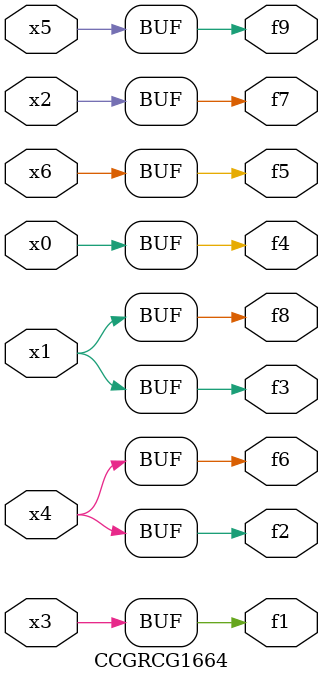
<source format=v>
module CCGRCG1664(
	input x0, x1, x2, x3, x4, x5, x6,
	output f1, f2, f3, f4, f5, f6, f7, f8, f9
);
	assign f1 = x3;
	assign f2 = x4;
	assign f3 = x1;
	assign f4 = x0;
	assign f5 = x6;
	assign f6 = x4;
	assign f7 = x2;
	assign f8 = x1;
	assign f9 = x5;
endmodule

</source>
